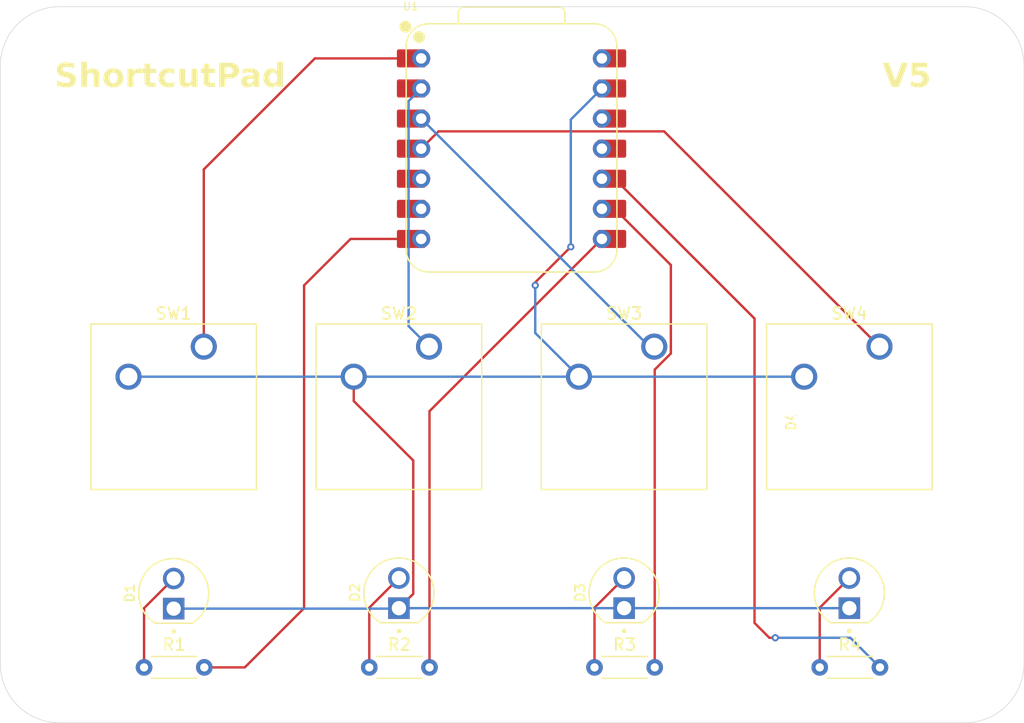
<source format=kicad_pcb>
(kicad_pcb (version 20241229) (generator "pcbnew") (generator_version "9.0")
  (layers (0 "F.Cu" signal) (2 "B.Cu" signal) (13 "F.Paste" user) (15 "B.Paste" user) (5 "F.SilkS" user "F.Silkscreen") (7 "B.SilkS" user "B.Silkscreen") (1 "F.Mask" user) (3 "B.Mask" user) (25 "Edge.Cuts" user))
  (net 0 "")
  (net 1 "GND")
  (net 2 "Net-(D1-PadA)")
  (net 3 "Net-(D2-PadA)")
  (net 4 "Net-(D3-PadA)")
  (net 5 "LED1")
  (net 6 "LED2")
  (net 7 "LED3")
  (net 8 "button1")
  (net 9 "button2")
  (net 10 "button3")
  (net 11 "button4")
  (net 12 "Net-(D4-PadA)")
  (net 13 "LED4")
  (footprint "Button_Switch_Keyboard:SW_Cherry_MX_1.00u_PCB" (layer "F.Cu") (at 126.288 74.92)
    (property "Reference" "SW3" (at -2.54 -2.794 0) (layer "F.SilkS"))
    (property "Value" "SW_Push")
    (fp_line (start -9.525 -1.905) (end 4.445 -1.905) (stroke (width 0.12)) (layer "F.SilkS"))
    (fp_line (start -9.525 12.065) (end -9.525 -1.905) (stroke (width 0.12)) (layer "F.SilkS"))
    (fp_line (start 4.445 -1.905) (end 4.445 12.065) (stroke (width 0.12)) (layer "F.SilkS"))
    (fp_line (start 4.445 12.065) (end -9.525 12.065) (stroke (width 0.12)) (layer "F.SilkS"))
    (pad "" np_thru_hole circle (at -7.62 5.08) (size 1.7 1.7) (drill 1.7) (layers "*.Cu" "*.Mask"))
    (pad "" np_thru_hole circle (at -2.54 5.08) (size 4 4) (drill 4) (layers "*.Cu" "*.Mask"))
    (pad "" np_thru_hole circle (at 2.54 5.08) (size 1.7 1.7) (drill 1.7) (layers "*.Cu" "*.Mask"))
    (pad "1" thru_hole circle (at 0 0) (size 2.2 2.2) (drill 1.5) (layers "*.Cu" "*.Mask") (net 10 "button3"))
    (pad "2" thru_hole circle (at -6.35 2.54) (size 2.2 2.2) (drill 1.5) (layers "*.Cu" "*.Mask") (net 1 "GND"))
  )
  (footprint "footprints:LEDRD254W57D500H1070" (layer "F.Cu") (at 85.748 95.77 90)
    (property "Reference" "D1" (at 0.04 -3.708 90) (layer "F.SilkS") (effects (font (size 0.8 0.8))))
    (property "Value" "L08R5000Q1")
    (fp_line (start -2.5 -1.566) (end -2.5 1.566) (stroke (width 0.127)) (layer "F.SilkS"))
    (fp_arc (start -2.5 -1.566) (mid 2.961291 0) (end -2.5 1.566) (stroke (width 0.127)) (layer "F.SilkS"))
    (fp_circle (center -3.2 0) (end -3.1 0) (stroke (width 0.2)) (fill no) (layer "F.SilkS"))
    (pad "A" thru_hole circle (at 1.27 0 90) (size 1.815 1.815) (drill 1.21) (layers "*.Cu" "*.Mask") (net 2 "Net-(D1-PadA)"))
    (pad "C" thru_hole rect (at -1.27 0 90) (size 1.815 1.815) (drill 1.21) (layers "*.Cu" "*.Mask") (net 1 "GND"))
  )
  (footprint "Button_Switch_Keyboard:SW_Cherry_MX_1.00u_PCB" (layer "F.Cu") (at 145.288 74.92)
    (property "Reference" "SW4" (at -2.54 -2.794 0) (layer "F.SilkS"))
    (property "Value" "SW_Push")
    (fp_line (start -9.525 -1.905) (end 4.445 -1.905) (stroke (width 0.12)) (layer "F.SilkS"))
    (fp_line (start -9.525 12.065) (end -9.525 -1.905) (stroke (width 0.12)) (layer "F.SilkS"))
    (fp_line (start 4.445 -1.905) (end 4.445 12.065) (stroke (width 0.12)) (layer "F.SilkS"))
    (fp_line (start 4.445 12.065) (end -9.525 12.065) (stroke (width 0.12)) (layer "F.SilkS"))
    (pad "" np_thru_hole circle (at -7.62 5.08) (size 1.7 1.7) (drill 1.7) (layers "*.Cu" "*.Mask"))
    (pad "" np_thru_hole circle (at -2.54 5.08) (size 4 4) (drill 4) (layers "*.Cu" "*.Mask"))
    (pad "" np_thru_hole circle (at 2.54 5.08) (size 1.7 1.7) (drill 1.7) (layers "*.Cu" "*.Mask"))
    (pad "1" thru_hole circle (at 0 0) (size 2.2 2.2) (drill 1.5) (layers "*.Cu" "*.Mask") (net 11 "button4"))
    (pad "2" thru_hole circle (at -6.35 2.54) (size 2.2 2.2) (drill 1.5) (layers "*.Cu" "*.Mask") (net 1 "GND"))
  )
  (footprint "Resistor_THT:R_Axial_DIN0204_L3.6mm_D1.6mm_P5.08mm_Horizontal" (layer "F.Cu") (at 121.248 102)
    (property "Reference" "R3" (at 2.54 -1.92 0) (layer "F.SilkS"))
    (property "Value" "R")
    (fp_line (start 0.62 -0.92) (end 4.46 -0.92) (stroke (width 0.12)) (layer "F.SilkS"))
    (fp_line (start 0.62 0.92) (end 4.46 0.92) (stroke (width 0.12)) (layer "F.SilkS"))
    (pad "1" thru_hole circle (at 0 0) (size 1.4 1.4) (drill 0.7) (layers "*.Cu" "*.Mask") (net 4 "Net-(D3-PadA)"))
    (pad "2" thru_hole circle (at 5.08 0) (size 1.4 1.4) (drill 0.7) (layers "*.Cu" "*.Mask") (net 7 "LED3"))
  )
  (footprint "footprints:LEDRD254W57D500H1070" (layer "F.Cu") (at 142.748 95.73 90)
    (property "Reference" "D4" (at 14.496 -4.911159 90) (layer "F.SilkS") (effects (font (size 0.8 0.8))))
    (property "Value" "L08R5000Q1")
    (fp_line (start -2.5 -1.566) (end -2.5 1.566) (stroke (width 0.127)) (layer "F.SilkS"))
    (fp_arc (start -2.5 -1.566) (mid 2.961291 0) (end -2.5 1.566) (stroke (width 0.127)) (layer "F.SilkS"))
    (fp_circle (center -3.2 0) (end -3.1 0) (stroke (width 0.2)) (fill no) (layer "F.SilkS"))
    (pad "A" thru_hole circle (at 1.27 0 90) (size 1.815 1.815) (drill 1.21) (layers "*.Cu" "*.Mask") (net 12 "Net-(D4-PadA)"))
    (pad "C" thru_hole rect (at -1.27 0 90) (size 1.815 1.815) (drill 1.21) (layers "*.Cu" "*.Mask") (net 1 "GND"))
  )
  (footprint "Resistor_THT:R_Axial_DIN0204_L3.6mm_D1.6mm_P5.08mm_Horizontal" (layer "F.Cu") (at 102.248 102)
    (property "Reference" "R2" (at 2.54 -1.92 0) (layer "F.SilkS"))
    (property "Value" "R")
    (fp_line (start 0.62 -0.92) (end 4.46 -0.92) (stroke (width 0.12)) (layer "F.SilkS"))
    (fp_line (start 0.62 0.92) (end 4.46 0.92) (stroke (width 0.12)) (layer "F.SilkS"))
    (pad "1" thru_hole circle (at 0 0) (size 1.4 1.4) (drill 0.7) (layers "*.Cu" "*.Mask") (net 3 "Net-(D2-PadA)"))
    (pad "2" thru_hole circle (at 5.08 0) (size 1.4 1.4) (drill 0.7) (layers "*.Cu" "*.Mask") (net 6 "LED2"))
  )
  (footprint "Button_Switch_Keyboard:SW_Cherry_MX_1.00u_PCB" (layer "F.Cu") (at 88.288 74.92)
    (property "Reference" "SW1" (at -2.54 -2.794 0) (layer "F.SilkS"))
    (property "Value" "SW_Push")
    (fp_line (start -9.525 -1.905) (end 4.445 -1.905) (stroke (width 0.12)) (layer "F.SilkS"))
    (fp_line (start -9.525 12.065) (end -9.525 -1.905) (stroke (width 0.12)) (layer "F.SilkS"))
    (fp_line (start 4.445 -1.905) (end 4.445 12.065) (stroke (width 0.12)) (layer "F.SilkS"))
    (fp_line (start 4.445 12.065) (end -9.525 12.065) (stroke (width 0.12)) (layer "F.SilkS"))
    (pad "" np_thru_hole circle (at -7.62 5.08) (size 1.7 1.7) (drill 1.7) (layers "*.Cu" "*.Mask"))
    (pad "" np_thru_hole circle (at -2.54 5.08) (size 4 4) (drill 4) (layers "*.Cu" "*.Mask"))
    (pad "" np_thru_hole circle (at 2.54 5.08) (size 1.7 1.7) (drill 1.7) (layers "*.Cu" "*.Mask"))
    (pad "1" thru_hole circle (at 0 0) (size 2.2 2.2) (drill 1.5) (layers "*.Cu" "*.Mask") (net 8 "button1"))
    (pad "2" thru_hole circle (at -6.35 2.54) (size 2.2 2.2) (drill 1.5) (layers "*.Cu" "*.Mask") (net 1 "GND"))
  )
  (footprint "Resistor_THT:R_Axial_DIN0204_L3.6mm_D1.6mm_P5.08mm_Horizontal" (layer "F.Cu") (at 83.248 102)
    (property "Reference" "R1" (at 2.54 -1.92 0) (layer "F.SilkS"))
    (property "Value" "R")
    (fp_line (start 0.62 -0.92) (end 4.46 -0.92) (stroke (width 0.12)) (layer "F.SilkS"))
    (fp_line (start 0.62 0.92) (end 4.46 0.92) (stroke (width 0.12)) (layer "F.SilkS"))
    (pad "1" thru_hole circle (at 0 0) (size 1.4 1.4) (drill 0.7) (layers "*.Cu" "*.Mask") (net 2 "Net-(D1-PadA)"))
    (pad "2" thru_hole circle (at 5.08 0) (size 1.4 1.4) (drill 0.7) (layers "*.Cu" "*.Mask") (net 5 "LED1"))
  )
  (footprint "footprints:XIAO-RP2040-DIP" (layer "F.Cu") (at 114.248 58.21)
    (property "Reference" "U1" (at -8.5 -12 0) (layer "F.SilkS") (effects (font (size 0.635 0.635) (thickness 0.1016))))
    (property "Value" "XIAO-RP2040-DIP")
    (fp_line (start -8.89 8.509) (end -8.89 -8.636) (stroke (width 0.127)) (layer "F.SilkS"))
    (fp_line (start -6.985 10.414) (end 6.985 10.414) (stroke (width 0.127)) (layer "F.SilkS"))
    (fp_line (start -4.495 -10.541) (end -4.491272 -11.451272) (stroke (width 0.127)) (layer "F.SilkS"))
    (fp_line (start -3.991272 -11.951) (end 4.004 -11.951) (stroke (width 0.127)) (layer "F.SilkS"))
    (fp_line (start 4.504 -11.451) (end 4.504 -10.541) (stroke (width 0.127)) (layer "F.SilkS"))
    (fp_line (start 6.985 -10.541) (end -6.985 -10.541) (stroke (width 0.1)) (layer "F.SilkS"))
    (fp_line (start 6.985 -10.541) (end -6.985 -10.541) (stroke (width 0.127)) (layer "F.SilkS"))
    (fp_line (start 8.89 8.509) (end 8.89 -8.636) (stroke (width 0.127)) (layer "F.SilkS"))
    (fp_arc (start -8.89 -8.636) (mid -8.332038 -9.983038) (end -6.985 -10.541) (stroke (width 0.127)) (layer "F.SilkS"))
    (fp_arc (start -6.985 10.414) (mid -8.332038 9.856038) (end -8.89 8.509) (stroke (width 0.127)) (layer "F.SilkS"))
    (fp_arc (start -4.491272 -11.451272) (mid -4.344728 -11.80464) (end -3.991272 -11.951) (stroke (width 0.127)) (layer "F.SilkS"))
    (fp_arc (start 4.004 -11.951) (mid 4.357553 -11.804553) (end 4.504 -11.451) (stroke (width 0.127)) (layer "F.SilkS"))
    (fp_arc (start 6.985 -10.541) (mid 8.332038 -9.983038) (end 8.89 -8.636) (stroke (width 0.127)) (layer "F.SilkS"))
    (fp_arc (start 8.89 8.509) (mid 8.332038 9.856038) (end 6.985 10.414) (stroke (width 0.127)) (layer "F.SilkS"))
    (fp_circle (center -8.95 -10.3) (end -8.95 -10.554) (stroke (width 0.5)) (fill yes) (layer "F.SilkS"))
    (fp_circle (center -7.807 -9.42) (end -7.807 -9.674) (stroke (width 0.5)) (fill yes) (layer "F.SilkS"))
    (pad "1" smd roundrect (at -8.455 -7.62 180) (size 2.432 1.524) (layers "F.Cu" "F.Mask") (roundrect_rratio 0.1) (net 8 "button1"))
    (pad "1" thru_hole circle (at -7.62 -7.62 180) (size 1.524 1.524) (drill 0.889) (layers "*.Cu" "*.Mask") (net 8 "button1"))
    (pad "2" smd roundrect (at -8.455 -5.08 180) (size 2.432 1.524) (layers "F.Cu" "F.Mask") (roundrect_rratio 0.1) (net 9 "button2"))
    (pad "2" thru_hole circle (at -7.62 -5.08 180) (size 1.524 1.524) (drill 0.889) (layers "*.Cu" "*.Mask") (net 9 "button2"))
    (pad "3" smd roundrect (at -8.455 -2.54 180) (size 2.432 1.524) (layers "F.Cu" "F.Mask") (roundrect_rratio 0.1) (net 10 "button3"))
    (pad "3" thru_hole circle (at -7.62 -2.54 180) (size 1.524 1.524) (drill 0.889) (layers "*.Cu" "*.Mask") (net 10 "button3"))
    (pad "4" smd roundrect (at -8.455 0 180) (size 2.432 1.524) (layers "F.Cu" "F.Mask") (roundrect_rratio 0.1) (net 11 "button4"))
    (pad "4" thru_hole circle (at -7.62 0 180) (size 1.524 1.524) (drill 0.889) (layers "*.Cu" "*.Mask") (net 11 "button4"))
    (pad "5" smd roundrect (at -8.455 2.54 180) (size 2.432 1.524) (layers "F.Cu" "F.Mask") (roundrect_rratio 0.1))
    (pad "5" thru_hole circle (at -7.62 2.54 180) (size 1.524 1.524) (drill 0.889) (layers "*.Cu" "*.Mask"))
    (pad "6" smd roundrect (at -8.455 5.08 180) (size 2.432 1.524) (layers "F.Cu" "F.Mask") (roundrect_rratio 0.1))
    (pad "6" thru_hole circle (at -7.62 5.08 180) (size 1.524 1.524) (drill 0.889) (layers "*.Cu" "*.Mask"))
    (pad "7" smd roundrect (at -8.455 7.62 180) (size 2.432 1.524) (layers "F.Cu" "F.Mask") (roundrect_rratio 0.1) (net 5 "LED1"))
    (pad "7" thru_hole circle (at -7.62 7.62 180) (size 1.524 1.524) (drill 0.889) (layers "*.Cu" "*.Mask") (net 5 "LED1"))
    (pad "8" thru_hole circle (at 7.62 7.62) (size 1.524 1.524) (drill 0.889) (layers "*.Cu" "*.Mask") (net 6 "LED2"))
    (pad "8" smd roundrect (at 8.455 7.62) (size 2.432 1.524) (layers "F.Cu" "F.Mask") (roundrect_rratio 0.1) (net 6 "LED2"))
    (pad "9" thru_hole circle (at 7.62 5.08) (size 1.524 1.524) (drill 0.889) (layers "*.Cu" "*.Mask") (net 7 "LED3"))
    (pad "9" smd roundrect (at 8.455 5.08) (size 2.432 1.524) (layers "F.Cu" "F.Mask") (roundrect_rratio 0.1) (net 7 "LED3"))
    (pad "10" thru_hole circle (at 7.62 2.54) (size 1.524 1.524) (drill 0.889) (layers "*.Cu" "*.Mask") (net 13 "LED4"))
    (pad "10" smd roundrect (at 8.455 2.54) (size 2.432 1.524) (layers "F.Cu" "F.Mask") (roundrect_rratio 0.1) (net 13 "LED4"))
    (pad "11" thru_hole circle (at 7.62 0) (size 1.524 1.524) (drill 0.889) (layers "*.Cu" "*.Mask"))
    (pad "11" smd roundrect (at 8.455 0) (size 2.432 1.524) (layers "F.Cu" "F.Mask") (roundrect_rratio 0.1))
    (pad "12" thru_hole circle (at 7.62 -2.54) (size 1.524 1.524) (drill 0.889) (layers "*.Cu" "*.Mask"))
    (pad "12" smd roundrect (at 8.455 -2.54) (size 2.432 1.524) (layers "F.Cu" "F.Mask") (roundrect_rratio 0.1))
    (pad "13" thru_hole circle (at 7.62 -5.08) (size 1.524 1.524) (drill 0.889) (layers "*.Cu" "*.Mask") (net 1 "GND"))
    (pad "13" smd roundrect (at 8.455 -5.08) (size 2.432 1.524) (layers "F.Cu" "F.Mask") (roundrect_rratio 0.1) (net 1 "GND"))
    (pad "14" thru_hole circle (at 7.62 -7.62) (size 1.524 1.524) (drill 0.889) (layers "*.Cu" "*.Mask"))
    (pad "14" smd roundrect (at 8.455 -7.62) (size 2.432 1.524) (layers "F.Cu" "F.Mask") (roundrect_rratio 0.1))
  )
  (footprint "Button_Switch_Keyboard:SW_Cherry_MX_1.00u_PCB" (layer "F.Cu") (at 107.288 74.92)
    (property "Reference" "SW2" (at -2.54 -2.794 0) (layer "F.SilkS"))
    (property "Value" "SW_Push")
    (fp_line (start -9.525 -1.905) (end 4.445 -1.905) (stroke (width 0.12)) (layer "F.SilkS"))
    (fp_line (start -9.525 12.065) (end -9.525 -1.905) (stroke (width 0.12)) (layer "F.SilkS"))
    (fp_line (start 4.445 -1.905) (end 4.445 12.065) (stroke (width 0.12)) (layer "F.SilkS"))
    (fp_line (start 4.445 12.065) (end -9.525 12.065) (stroke (width 0.12)) (layer "F.SilkS"))
    (pad "" np_thru_hole circle (at -7.62 5.08) (size 1.7 1.7) (drill 1.7) (layers "*.Cu" "*.Mask"))
    (pad "" np_thru_hole circle (at -2.54 5.08) (size 4 4) (drill 4) (layers "*.Cu" "*.Mask"))
    (pad "" np_thru_hole circle (at 2.54 5.08) (size 1.7 1.7) (drill 1.7) (layers "*.Cu" "*.Mask"))
    (pad "1" thru_hole circle (at 0 0) (size 2.2 2.2) (drill 1.5) (layers "*.Cu" "*.Mask") (net 9 "button2"))
    (pad "2" thru_hole circle (at -6.35 2.54) (size 2.2 2.2) (drill 1.5) (layers "*.Cu" "*.Mask") (net 1 "GND"))
  )
  (footprint "footprints:LEDRD254W57D500H1070" (layer "F.Cu") (at 123.748 95.73 90)
    (property "Reference" "D3" (at 0.04 -3.708 90) (layer "F.SilkS") (effects (font (size 0.8 0.8))))
    (property "Value" "L08R5000Q1")
    (fp_line (start -2.5 -1.566) (end -2.5 1.566) (stroke (width 0.127)) (layer "F.SilkS"))
    (fp_arc (start -2.5 -1.566) (mid 2.961291 0) (end -2.5 1.566) (stroke (width 0.127)) (layer "F.SilkS"))
    (fp_circle (center -3.2 0) (end -3.1 0) (stroke (width 0.2)) (fill no) (layer "F.SilkS"))
    (pad "A" thru_hole circle (at 1.27 0 90) (size 1.815 1.815) (drill 1.21) (layers "*.Cu" "*.Mask") (net 4 "Net-(D3-PadA)"))
    (pad "C" thru_hole rect (at -1.27 0 90) (size 1.815 1.815) (drill 1.21) (layers "*.Cu" "*.Mask") (net 1 "GND"))
  )
  (footprint "Resistor_THT:R_Axial_DIN0204_L3.6mm_D1.6mm_P5.08mm_Horizontal" (layer "F.Cu") (at 140.248 102)
    (property "Reference" "R4" (at 2.54 -1.92 0) (layer "F.SilkS"))
    (property "Value" "R")
    (fp_line (start 0.62 -0.92) (end 4.46 -0.92) (stroke (width 0.12)) (layer "F.SilkS"))
    (fp_line (start 0.62 0.92) (end 4.46 0.92) (stroke (width 0.12)) (layer "F.SilkS"))
    (pad "1" thru_hole circle (at 0 0) (size 1.4 1.4) (drill 0.7) (layers "*.Cu" "*.Mask") (net 12 "Net-(D4-PadA)"))
    (pad "2" thru_hole circle (at 5.08 0) (size 1.4 1.4) (drill 0.7) (layers "*.Cu" "*.Mask") (net 13 "LED4"))
  )
  (footprint "footprints:LEDRD254W57D500H1070" (layer "F.Cu") (at 104.748 95.73 90)
    (property "Reference" "D2" (at 0.04 -3.708 90) (layer "F.SilkS") (effects (font (size 0.8 0.8))))
    (property "Value" "L08R5000Q1")
    (fp_line (start -2.5 -1.566) (end -2.5 1.566) (stroke (width 0.127)) (layer "F.SilkS"))
    (fp_arc (start -2.5 -1.566) (mid 2.961291 0) (end -2.5 1.566) (stroke (width 0.127)) (layer "F.SilkS"))
    (fp_circle (center -3.2 0) (end -3.1 0) (stroke (width 0.2)) (fill no) (layer "F.SilkS"))
    (pad "A" thru_hole circle (at 1.27 0 90) (size 1.815 1.815) (drill 1.21) (layers "*.Cu" "*.Mask") (net 3 "Net-(D2-PadA)"))
    (pad "C" thru_hole rect (at -1.27 0 90) (size 1.815 1.815) (drill 1.21) (layers "*.Cu" "*.Mask") (net 1 "GND"))
  )
  (gr_arc (start 71.12 51.228) (mid 72.584466 47.692466) (end 76.12 46.228) (stroke (width 0.05)) (layer "Edge.Cuts"))
  (gr_arc (start 76.12 106.68) (mid 72.584466 105.215534) (end 71.12 101.68) (stroke (width 0.05)) (layer "Edge.Cuts"))
  (gr_arc (start 152.48 46.228) (mid 156.015534 47.692466) (end 157.48 51.228) (stroke (width 0.05)) (layer "Edge.Cuts"))
  (gr_line (start 76.12 46.228) (end 152.48 46.228) (stroke (width 0.05)) (layer "Edge.Cuts"))
  (gr_arc (start 157.48 101.68) (mid 156.015534 105.215534) (end 152.48 106.68) (stroke (width 0.05)) (layer "Edge.Cuts"))
  (gr_line (start 157.48 51.228) (end 157.48 101.68) (stroke (width 0.05)) (layer "Edge.Cuts"))
  (gr_line (start 71.12 101.68) (end 71.12 51.228) (stroke (width 0.05)) (layer "Edge.Cuts"))
  (gr_line (start 152.48 106.68) (end 76.12 106.68) (stroke (width 0.05)) (layer "Edge.Cuts"))
  (gr_text "ShortcutPad" (at 75.692 53.34 0) (layer "F.SilkS") (effects (font (size 2 2) (thickness 0.4) (bold yes)) (justify left bottom)))
  (gr_text "V5" (at 145.542 53.34 0) (layer "F.SilkS") (effects (font (size 2 2) (thickness 0.4) (bold yes)) (justify left bottom)))
  (segment (start 105.9565 84.533316) (end 100.938 79.514816) (width 0.2) (layer "F.Cu") (net 1))
  (segment (start 100.938 79.514816) (end 100.938 77.46) (width 0.2) (layer "F.Cu") (net 1))
  (segment (start 116.248 69.5) (end 116.248 69.75) (width 0.2) (layer "F.Cu") (net 1))
  (segment (start 104.748 97) (end 105.9565 95.7915) (width 0.2) (layer "F.Cu") (net 1))
  (segment (start 105.9565 95.7915) (end 105.9565 84.533316) (width 0.2) (layer "F.Cu") (net 1))
  (segment (start 119.248 66.5) (end 116.248 69.5) (width 0.2) (layer "F.Cu") (net 1))
  (via (at 116.248 69.75) (size 0.6) (drill 0.3) (layers "F.Cu" "B.Cu") (net 1))
  (via (at 119.248 66.5) (size 0.6) (drill 0.3) (layers "F.Cu" "B.Cu") (net 1))
  (segment (start 85.748 97.04) (end 104.708 97.04) (width 0.2) (layer "B.Cu") (net 1))
  (segment (start 119.248 55.75) (end 119.248 66.5) (width 0.2) (layer "B.Cu") (net 1))
  (segment (start 116.248 69.75) (end 116.248 73.77) (width 0.2) (layer "B.Cu") (net 1))
  (segment (start 123.748 97) (end 142.748 97) (width 0.2) (layer "B.Cu") (net 1))
  (segment (start 104.748 97) (end 123.748 97) (width 0.2) (layer "B.Cu") (net 1))
  (segment (start 81.938 77.46) (end 100.938 77.46) (width 0.2) (layer "B.Cu") (net 1))
  (segment (start 104.708 97.04) (end 104.748 97) (width 0.2) (layer "B.Cu") (net 1))
  (segment (start 121.868 53.13) (end 119.248 55.75) (width 0.2) (layer "B.Cu") (net 1))
  (segment (start 100.938 77.46) (end 119.938 77.46) (width 0.2) (layer "B.Cu") (net 1))
  (segment (start 119.938 77.46) (end 138.938 77.46) (width 0.2) (layer "B.Cu") (net 1))
  (segment (start 116.248 73.77) (end 119.938 77.46) (width 0.2) (layer "B.Cu") (net 1))
  (segment (start 83.248 97) (end 85.748 94.5) (width 0.2) (layer "F.Cu") (net 2))
  (segment (start 83.248 102) (end 83.248 97) (width 0.2) (layer "F.Cu") (net 2))
  (segment (start 102.248 102) (end 102.248 96.96) (width 0.2) (layer "F.Cu") (net 3))
  (segment (start 102.248 96.96) (end 104.748 94.46) (width 0.2) (layer "F.Cu") (net 3))
  (segment (start 121.248 96.96) (end 123.748 94.46) (width 0.2) (layer "F.Cu") (net 4))
  (segment (start 121.248 102) (end 121.248 96.96) (width 0.2) (layer "F.Cu") (net 4))
  (segment (start 96.748 97) (end 91.748 102) (width 0.2) (layer "F.Cu") (net 5))
  (segment (start 100.668 65.83) (end 96.748 69.75) (width 0.2) (layer "F.Cu") (net 5))
  (segment (start 96.748 69.75) (end 96.748 97) (width 0.2) (layer "F.Cu") (net 5))
  (segment (start 91.748 102) (end 88.328 102) (width 0.2) (layer "F.Cu") (net 5))
  (segment (start 106.628 65.83) (end 100.668 65.83) (width 0.2) (layer "F.Cu") (net 5))
  (segment (start 107.328 102) (end 107.328 80.37) (width 0.2) (layer "F.Cu") (net 6))
  (segment (start 107.328 80.37) (end 121.868 65.83) (width 0.2) (layer "F.Cu") (net 6))
  (segment (start 126.328 102) (end 126.328 76.861314) (width 0.2) (layer "F.Cu") (net 7))
  (segment (start 122.94563 63.29) (end 121.868 63.29) (width 0.2) (layer "F.Cu") (net 7))
  (segment (start 127.689 75.500314) (end 127.689 68.03337) (width 0.2) (layer "F.Cu") (net 7))
  (segment (start 127.689 68.03337) (end 122.94563 63.29) (width 0.2) (layer "F.Cu") (net 7))
  (segment (start 126.328 76.861314) (end 127.689 75.500314) (width 0.2) (layer "F.Cu") (net 7))
  (segment (start 88.288 59.96) (end 97.658 50.59) (width 0.2) (layer "F.Cu") (net 8))
  (segment (start 97.658 50.59) (end 106.628 50.59) (width 0.2) (layer "F.Cu") (net 8))
  (segment (start 88.288 74.92) (end 88.288 59.96) (width 0.2) (layer "F.Cu") (net 8))
  (segment (start 106.628 53.13) (end 105.565 54.193) (width 0.2) (layer "B.Cu") (net 9))
  (segment (start 105.565 54.193) (end 105.565 73.197) (width 0.2) (layer "B.Cu") (net 9))
  (segment (start 105.565 73.197) (end 107.288 74.92) (width 0.2) (layer "B.Cu") (net 9))
  (segment (start 106.628 55.67) (end 125.878 74.92) (width 0.2) (layer "B.Cu") (net 10))
  (segment (start 125.878 74.92) (end 126.288 74.92) (width 0.2) (layer "B.Cu") (net 10))
  (segment (start 145.288 74.92) (end 127.118 56.75) (width 0.2) (layer "F.Cu") (net 11))
  (segment (start 127.118 56.75) (end 108.088 56.75) (width 0.2) (layer "F.Cu") (net 11))
  (segment (start 108.088 56.75) (end 106.628 58.21) (width 0.2) (layer "F.Cu") (net 11))
  (segment (start 140.248 96.96) (end 142.748 94.46) (width 0.2) (layer "F.Cu") (net 12))
  (segment (start 140.248 102) (end 140.248 96.96) (width 0.2) (layer "F.Cu") (net 12))
  (segment (start 134.748 98.25) (end 135.998 99.5) (width 0.2) (layer "F.Cu") (net 13))
  (segment (start 134.748 72.55237) (end 134.748 98.25) (width 0.2) (layer "F.Cu") (net 13))
  (segment (start 122.94563 60.75) (end 134.748 72.55237) (width 0.2) (layer "F.Cu") (net 13))
  (segment (start 135.998 99.5) (end 136.498 99.5) (width 0.2) (layer "F.Cu") (net 13))
  (segment (start 121.868 60.75) (end 122.94563 60.75) (width 0.2) (layer "F.Cu") (net 13))
  (via (at 136.498 99.5) (size 0.6) (drill 0.3) (layers "F.Cu" "B.Cu") (net 13))
  (segment (start 142.828 99.5) (end 145.328 102) (width 0.2) (layer "B.Cu") (net 13))
  (segment (start 136.498 99.5) (end 142.828 99.5) (width 0.2) (layer "B.Cu") (net 13))
)
</source>
